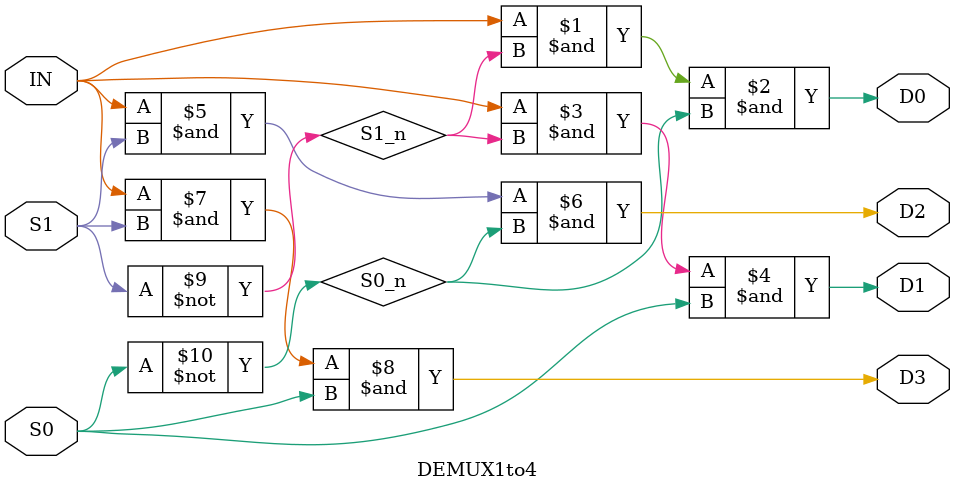
<source format=v>
module DEMUX1to4(
  
                 input IN, 
  
                 input S1, 
  
                 input S0,
  
                 output D3,
  
                 output D2,
  
                 output D1,
  
                 output D0
  
                );
  
wire S1_n,S0_n;
  
not no1(S1_n,S1), no0(S0_n,S0);
  
and line0(D0,IN,S1_n,S0_n), line1(D1,IN,S1_n,S0), line2(D2,IN,S1,S0_n), line3(D3,IN,S1,S0);
  
endmodule

</source>
